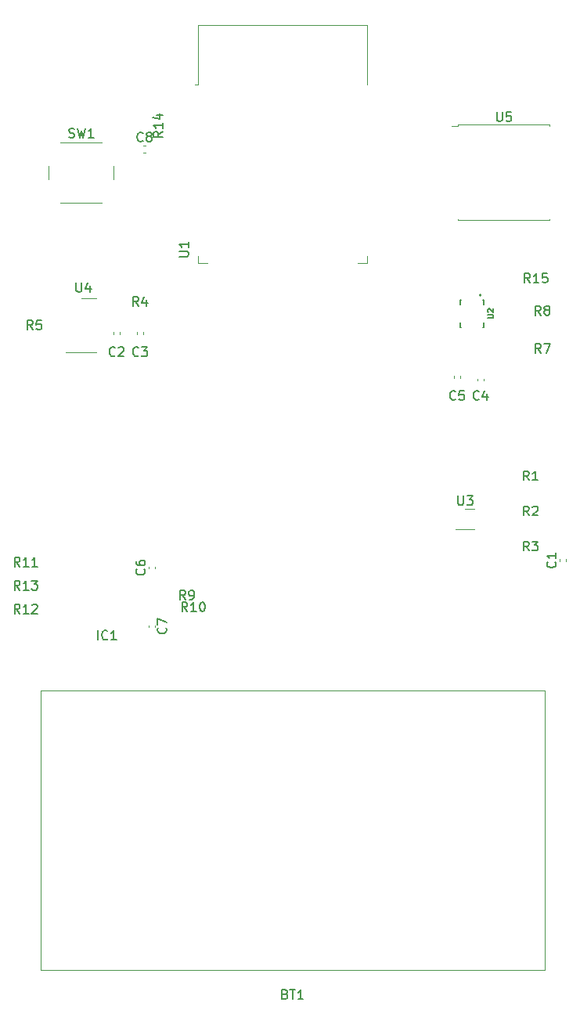
<source format=gbr>
%TF.GenerationSoftware,KiCad,Pcbnew,7.0.9*%
%TF.CreationDate,2023-12-04T17:48:11-03:00*%
%TF.ProjectId,aussistente,61757373-6973-4746-956e-74652e6b6963,1*%
%TF.SameCoordinates,Original*%
%TF.FileFunction,Legend,Top*%
%TF.FilePolarity,Positive*%
%FSLAX46Y46*%
G04 Gerber Fmt 4.6, Leading zero omitted, Abs format (unit mm)*
G04 Created by KiCad (PCBNEW 7.0.9) date 2023-12-04 17:48:11*
%MOMM*%
%LPD*%
G01*
G04 APERTURE LIST*
%ADD10C,0.150000*%
%ADD11C,0.120000*%
%ADD12C,0.127000*%
G04 APERTURE END LIST*
D10*
X90106667Y-71087200D02*
X90249524Y-71134819D01*
X90249524Y-71134819D02*
X90487619Y-71134819D01*
X90487619Y-71134819D02*
X90582857Y-71087200D01*
X90582857Y-71087200D02*
X90630476Y-71039580D01*
X90630476Y-71039580D02*
X90678095Y-70944342D01*
X90678095Y-70944342D02*
X90678095Y-70849104D01*
X90678095Y-70849104D02*
X90630476Y-70753866D01*
X90630476Y-70753866D02*
X90582857Y-70706247D01*
X90582857Y-70706247D02*
X90487619Y-70658628D01*
X90487619Y-70658628D02*
X90297143Y-70611009D01*
X90297143Y-70611009D02*
X90201905Y-70563390D01*
X90201905Y-70563390D02*
X90154286Y-70515771D01*
X90154286Y-70515771D02*
X90106667Y-70420533D01*
X90106667Y-70420533D02*
X90106667Y-70325295D01*
X90106667Y-70325295D02*
X90154286Y-70230057D01*
X90154286Y-70230057D02*
X90201905Y-70182438D01*
X90201905Y-70182438D02*
X90297143Y-70134819D01*
X90297143Y-70134819D02*
X90535238Y-70134819D01*
X90535238Y-70134819D02*
X90678095Y-70182438D01*
X91011429Y-70134819D02*
X91249524Y-71134819D01*
X91249524Y-71134819D02*
X91440000Y-70420533D01*
X91440000Y-70420533D02*
X91630476Y-71134819D01*
X91630476Y-71134819D02*
X91868572Y-70134819D01*
X92773333Y-71134819D02*
X92201905Y-71134819D01*
X92487619Y-71134819D02*
X92487619Y-70134819D01*
X92487619Y-70134819D02*
X92392381Y-70277676D01*
X92392381Y-70277676D02*
X92297143Y-70372914D01*
X92297143Y-70372914D02*
X92201905Y-70420533D01*
X113494285Y-163761009D02*
X113637142Y-163808628D01*
X113637142Y-163808628D02*
X113684761Y-163856247D01*
X113684761Y-163856247D02*
X113732380Y-163951485D01*
X113732380Y-163951485D02*
X113732380Y-164094342D01*
X113732380Y-164094342D02*
X113684761Y-164189580D01*
X113684761Y-164189580D02*
X113637142Y-164237200D01*
X113637142Y-164237200D02*
X113541904Y-164284819D01*
X113541904Y-164284819D02*
X113160952Y-164284819D01*
X113160952Y-164284819D02*
X113160952Y-163284819D01*
X113160952Y-163284819D02*
X113494285Y-163284819D01*
X113494285Y-163284819D02*
X113589523Y-163332438D01*
X113589523Y-163332438D02*
X113637142Y-163380057D01*
X113637142Y-163380057D02*
X113684761Y-163475295D01*
X113684761Y-163475295D02*
X113684761Y-163570533D01*
X113684761Y-163570533D02*
X113637142Y-163665771D01*
X113637142Y-163665771D02*
X113589523Y-163713390D01*
X113589523Y-163713390D02*
X113494285Y-163761009D01*
X113494285Y-163761009D02*
X113160952Y-163761009D01*
X114018095Y-163284819D02*
X114589523Y-163284819D01*
X114303809Y-164284819D02*
X114303809Y-163284819D01*
X115446666Y-164284819D02*
X114875238Y-164284819D01*
X115160952Y-164284819D02*
X115160952Y-163284819D01*
X115160952Y-163284819D02*
X115065714Y-163427676D01*
X115065714Y-163427676D02*
X114970476Y-163522914D01*
X114970476Y-163522914D02*
X114875238Y-163570533D01*
X139878333Y-111994819D02*
X139545000Y-111518628D01*
X139306905Y-111994819D02*
X139306905Y-110994819D01*
X139306905Y-110994819D02*
X139687857Y-110994819D01*
X139687857Y-110994819D02*
X139783095Y-111042438D01*
X139783095Y-111042438D02*
X139830714Y-111090057D01*
X139830714Y-111090057D02*
X139878333Y-111185295D01*
X139878333Y-111185295D02*
X139878333Y-111328152D01*
X139878333Y-111328152D02*
X139830714Y-111423390D01*
X139830714Y-111423390D02*
X139783095Y-111471009D01*
X139783095Y-111471009D02*
X139687857Y-111518628D01*
X139687857Y-111518628D02*
X139306905Y-111518628D01*
X140259286Y-111090057D02*
X140306905Y-111042438D01*
X140306905Y-111042438D02*
X140402143Y-110994819D01*
X140402143Y-110994819D02*
X140640238Y-110994819D01*
X140640238Y-110994819D02*
X140735476Y-111042438D01*
X140735476Y-111042438D02*
X140783095Y-111090057D01*
X140783095Y-111090057D02*
X140830714Y-111185295D01*
X140830714Y-111185295D02*
X140830714Y-111280533D01*
X140830714Y-111280533D02*
X140783095Y-111423390D01*
X140783095Y-111423390D02*
X140211667Y-111994819D01*
X140211667Y-111994819D02*
X140830714Y-111994819D01*
X132205595Y-109884819D02*
X132205595Y-110694342D01*
X132205595Y-110694342D02*
X132253214Y-110789580D01*
X132253214Y-110789580D02*
X132300833Y-110837200D01*
X132300833Y-110837200D02*
X132396071Y-110884819D01*
X132396071Y-110884819D02*
X132586547Y-110884819D01*
X132586547Y-110884819D02*
X132681785Y-110837200D01*
X132681785Y-110837200D02*
X132729404Y-110789580D01*
X132729404Y-110789580D02*
X132777023Y-110694342D01*
X132777023Y-110694342D02*
X132777023Y-109884819D01*
X133157976Y-109884819D02*
X133777023Y-109884819D01*
X133777023Y-109884819D02*
X133443690Y-110265771D01*
X133443690Y-110265771D02*
X133586547Y-110265771D01*
X133586547Y-110265771D02*
X133681785Y-110313390D01*
X133681785Y-110313390D02*
X133729404Y-110361009D01*
X133729404Y-110361009D02*
X133777023Y-110456247D01*
X133777023Y-110456247D02*
X133777023Y-110694342D01*
X133777023Y-110694342D02*
X133729404Y-110789580D01*
X133729404Y-110789580D02*
X133681785Y-110837200D01*
X133681785Y-110837200D02*
X133586547Y-110884819D01*
X133586547Y-110884819D02*
X133300833Y-110884819D01*
X133300833Y-110884819D02*
X133205595Y-110837200D01*
X133205595Y-110837200D02*
X133157976Y-110789580D01*
X102703333Y-121104819D02*
X102370000Y-120628628D01*
X102131905Y-121104819D02*
X102131905Y-120104819D01*
X102131905Y-120104819D02*
X102512857Y-120104819D01*
X102512857Y-120104819D02*
X102608095Y-120152438D01*
X102608095Y-120152438D02*
X102655714Y-120200057D01*
X102655714Y-120200057D02*
X102703333Y-120295295D01*
X102703333Y-120295295D02*
X102703333Y-120438152D01*
X102703333Y-120438152D02*
X102655714Y-120533390D01*
X102655714Y-120533390D02*
X102608095Y-120581009D01*
X102608095Y-120581009D02*
X102512857Y-120628628D01*
X102512857Y-120628628D02*
X102131905Y-120628628D01*
X103179524Y-121104819D02*
X103370000Y-121104819D01*
X103370000Y-121104819D02*
X103465238Y-121057200D01*
X103465238Y-121057200D02*
X103512857Y-121009580D01*
X103512857Y-121009580D02*
X103608095Y-120866723D01*
X103608095Y-120866723D02*
X103655714Y-120676247D01*
X103655714Y-120676247D02*
X103655714Y-120295295D01*
X103655714Y-120295295D02*
X103608095Y-120200057D01*
X103608095Y-120200057D02*
X103560476Y-120152438D01*
X103560476Y-120152438D02*
X103465238Y-120104819D01*
X103465238Y-120104819D02*
X103274762Y-120104819D01*
X103274762Y-120104819D02*
X103179524Y-120152438D01*
X103179524Y-120152438D02*
X103131905Y-120200057D01*
X103131905Y-120200057D02*
X103084286Y-120295295D01*
X103084286Y-120295295D02*
X103084286Y-120533390D01*
X103084286Y-120533390D02*
X103131905Y-120628628D01*
X103131905Y-120628628D02*
X103179524Y-120676247D01*
X103179524Y-120676247D02*
X103274762Y-120723866D01*
X103274762Y-120723866D02*
X103465238Y-120723866D01*
X103465238Y-120723866D02*
X103560476Y-120676247D01*
X103560476Y-120676247D02*
X103608095Y-120628628D01*
X103608095Y-120628628D02*
X103655714Y-120533390D01*
X102047319Y-83996904D02*
X102856842Y-83996904D01*
X102856842Y-83996904D02*
X102952080Y-83949285D01*
X102952080Y-83949285D02*
X102999700Y-83901666D01*
X102999700Y-83901666D02*
X103047319Y-83806428D01*
X103047319Y-83806428D02*
X103047319Y-83615952D01*
X103047319Y-83615952D02*
X102999700Y-83520714D01*
X102999700Y-83520714D02*
X102952080Y-83473095D01*
X102952080Y-83473095D02*
X102856842Y-83425476D01*
X102856842Y-83425476D02*
X102047319Y-83425476D01*
X103047319Y-82425476D02*
X103047319Y-82996904D01*
X103047319Y-82711190D02*
X102047319Y-82711190D01*
X102047319Y-82711190D02*
X102190176Y-82806428D01*
X102190176Y-82806428D02*
X102285414Y-82901666D01*
X102285414Y-82901666D02*
X102333033Y-82996904D01*
X141148333Y-90334819D02*
X140815000Y-89858628D01*
X140576905Y-90334819D02*
X140576905Y-89334819D01*
X140576905Y-89334819D02*
X140957857Y-89334819D01*
X140957857Y-89334819D02*
X141053095Y-89382438D01*
X141053095Y-89382438D02*
X141100714Y-89430057D01*
X141100714Y-89430057D02*
X141148333Y-89525295D01*
X141148333Y-89525295D02*
X141148333Y-89668152D01*
X141148333Y-89668152D02*
X141100714Y-89763390D01*
X141100714Y-89763390D02*
X141053095Y-89811009D01*
X141053095Y-89811009D02*
X140957857Y-89858628D01*
X140957857Y-89858628D02*
X140576905Y-89858628D01*
X141719762Y-89763390D02*
X141624524Y-89715771D01*
X141624524Y-89715771D02*
X141576905Y-89668152D01*
X141576905Y-89668152D02*
X141529286Y-89572914D01*
X141529286Y-89572914D02*
X141529286Y-89525295D01*
X141529286Y-89525295D02*
X141576905Y-89430057D01*
X141576905Y-89430057D02*
X141624524Y-89382438D01*
X141624524Y-89382438D02*
X141719762Y-89334819D01*
X141719762Y-89334819D02*
X141910238Y-89334819D01*
X141910238Y-89334819D02*
X142005476Y-89382438D01*
X142005476Y-89382438D02*
X142053095Y-89430057D01*
X142053095Y-89430057D02*
X142100714Y-89525295D01*
X142100714Y-89525295D02*
X142100714Y-89572914D01*
X142100714Y-89572914D02*
X142053095Y-89668152D01*
X142053095Y-89668152D02*
X142005476Y-89715771D01*
X142005476Y-89715771D02*
X141910238Y-89763390D01*
X141910238Y-89763390D02*
X141719762Y-89763390D01*
X141719762Y-89763390D02*
X141624524Y-89811009D01*
X141624524Y-89811009D02*
X141576905Y-89858628D01*
X141576905Y-89858628D02*
X141529286Y-89953866D01*
X141529286Y-89953866D02*
X141529286Y-90144342D01*
X141529286Y-90144342D02*
X141576905Y-90239580D01*
X141576905Y-90239580D02*
X141624524Y-90287200D01*
X141624524Y-90287200D02*
X141719762Y-90334819D01*
X141719762Y-90334819D02*
X141910238Y-90334819D01*
X141910238Y-90334819D02*
X142005476Y-90287200D01*
X142005476Y-90287200D02*
X142053095Y-90239580D01*
X142053095Y-90239580D02*
X142100714Y-90144342D01*
X142100714Y-90144342D02*
X142100714Y-89953866D01*
X142100714Y-89953866D02*
X142053095Y-89858628D01*
X142053095Y-89858628D02*
X142005476Y-89811009D01*
X142005476Y-89811009D02*
X141910238Y-89763390D01*
X84792142Y-120054819D02*
X84458809Y-119578628D01*
X84220714Y-120054819D02*
X84220714Y-119054819D01*
X84220714Y-119054819D02*
X84601666Y-119054819D01*
X84601666Y-119054819D02*
X84696904Y-119102438D01*
X84696904Y-119102438D02*
X84744523Y-119150057D01*
X84744523Y-119150057D02*
X84792142Y-119245295D01*
X84792142Y-119245295D02*
X84792142Y-119388152D01*
X84792142Y-119388152D02*
X84744523Y-119483390D01*
X84744523Y-119483390D02*
X84696904Y-119531009D01*
X84696904Y-119531009D02*
X84601666Y-119578628D01*
X84601666Y-119578628D02*
X84220714Y-119578628D01*
X85744523Y-120054819D02*
X85173095Y-120054819D01*
X85458809Y-120054819D02*
X85458809Y-119054819D01*
X85458809Y-119054819D02*
X85363571Y-119197676D01*
X85363571Y-119197676D02*
X85268333Y-119292914D01*
X85268333Y-119292914D02*
X85173095Y-119340533D01*
X86077857Y-119054819D02*
X86696904Y-119054819D01*
X86696904Y-119054819D02*
X86363571Y-119435771D01*
X86363571Y-119435771D02*
X86506428Y-119435771D01*
X86506428Y-119435771D02*
X86601666Y-119483390D01*
X86601666Y-119483390D02*
X86649285Y-119531009D01*
X86649285Y-119531009D02*
X86696904Y-119626247D01*
X86696904Y-119626247D02*
X86696904Y-119864342D01*
X86696904Y-119864342D02*
X86649285Y-119959580D01*
X86649285Y-119959580D02*
X86601666Y-120007200D01*
X86601666Y-120007200D02*
X86506428Y-120054819D01*
X86506428Y-120054819D02*
X86220714Y-120054819D01*
X86220714Y-120054819D02*
X86125476Y-120007200D01*
X86125476Y-120007200D02*
X86077857Y-119959580D01*
X90898095Y-86824819D02*
X90898095Y-87634342D01*
X90898095Y-87634342D02*
X90945714Y-87729580D01*
X90945714Y-87729580D02*
X90993333Y-87777200D01*
X90993333Y-87777200D02*
X91088571Y-87824819D01*
X91088571Y-87824819D02*
X91279047Y-87824819D01*
X91279047Y-87824819D02*
X91374285Y-87777200D01*
X91374285Y-87777200D02*
X91421904Y-87729580D01*
X91421904Y-87729580D02*
X91469523Y-87634342D01*
X91469523Y-87634342D02*
X91469523Y-86824819D01*
X92374285Y-87158152D02*
X92374285Y-87824819D01*
X92136190Y-86777200D02*
X91898095Y-87491485D01*
X91898095Y-87491485D02*
X92517142Y-87491485D01*
X100579580Y-124146666D02*
X100627200Y-124194285D01*
X100627200Y-124194285D02*
X100674819Y-124337142D01*
X100674819Y-124337142D02*
X100674819Y-124432380D01*
X100674819Y-124432380D02*
X100627200Y-124575237D01*
X100627200Y-124575237D02*
X100531961Y-124670475D01*
X100531961Y-124670475D02*
X100436723Y-124718094D01*
X100436723Y-124718094D02*
X100246247Y-124765713D01*
X100246247Y-124765713D02*
X100103390Y-124765713D01*
X100103390Y-124765713D02*
X99912914Y-124718094D01*
X99912914Y-124718094D02*
X99817676Y-124670475D01*
X99817676Y-124670475D02*
X99722438Y-124575237D01*
X99722438Y-124575237D02*
X99674819Y-124432380D01*
X99674819Y-124432380D02*
X99674819Y-124337142D01*
X99674819Y-124337142D02*
X99722438Y-124194285D01*
X99722438Y-124194285D02*
X99770057Y-124146666D01*
X99674819Y-123813332D02*
X99674819Y-123146666D01*
X99674819Y-123146666D02*
X100674819Y-123575237D01*
X97623333Y-94689580D02*
X97575714Y-94737200D01*
X97575714Y-94737200D02*
X97432857Y-94784819D01*
X97432857Y-94784819D02*
X97337619Y-94784819D01*
X97337619Y-94784819D02*
X97194762Y-94737200D01*
X97194762Y-94737200D02*
X97099524Y-94641961D01*
X97099524Y-94641961D02*
X97051905Y-94546723D01*
X97051905Y-94546723D02*
X97004286Y-94356247D01*
X97004286Y-94356247D02*
X97004286Y-94213390D01*
X97004286Y-94213390D02*
X97051905Y-94022914D01*
X97051905Y-94022914D02*
X97099524Y-93927676D01*
X97099524Y-93927676D02*
X97194762Y-93832438D01*
X97194762Y-93832438D02*
X97337619Y-93784819D01*
X97337619Y-93784819D02*
X97432857Y-93784819D01*
X97432857Y-93784819D02*
X97575714Y-93832438D01*
X97575714Y-93832438D02*
X97623333Y-93880057D01*
X97956667Y-93784819D02*
X98575714Y-93784819D01*
X98575714Y-93784819D02*
X98242381Y-94165771D01*
X98242381Y-94165771D02*
X98385238Y-94165771D01*
X98385238Y-94165771D02*
X98480476Y-94213390D01*
X98480476Y-94213390D02*
X98528095Y-94261009D01*
X98528095Y-94261009D02*
X98575714Y-94356247D01*
X98575714Y-94356247D02*
X98575714Y-94594342D01*
X98575714Y-94594342D02*
X98528095Y-94689580D01*
X98528095Y-94689580D02*
X98480476Y-94737200D01*
X98480476Y-94737200D02*
X98385238Y-94784819D01*
X98385238Y-94784819D02*
X98099524Y-94784819D01*
X98099524Y-94784819D02*
X98004286Y-94737200D01*
X98004286Y-94737200D02*
X97956667Y-94689580D01*
X131913333Y-99419580D02*
X131865714Y-99467200D01*
X131865714Y-99467200D02*
X131722857Y-99514819D01*
X131722857Y-99514819D02*
X131627619Y-99514819D01*
X131627619Y-99514819D02*
X131484762Y-99467200D01*
X131484762Y-99467200D02*
X131389524Y-99371961D01*
X131389524Y-99371961D02*
X131341905Y-99276723D01*
X131341905Y-99276723D02*
X131294286Y-99086247D01*
X131294286Y-99086247D02*
X131294286Y-98943390D01*
X131294286Y-98943390D02*
X131341905Y-98752914D01*
X131341905Y-98752914D02*
X131389524Y-98657676D01*
X131389524Y-98657676D02*
X131484762Y-98562438D01*
X131484762Y-98562438D02*
X131627619Y-98514819D01*
X131627619Y-98514819D02*
X131722857Y-98514819D01*
X131722857Y-98514819D02*
X131865714Y-98562438D01*
X131865714Y-98562438D02*
X131913333Y-98610057D01*
X132818095Y-98514819D02*
X132341905Y-98514819D01*
X132341905Y-98514819D02*
X132294286Y-98991009D01*
X132294286Y-98991009D02*
X132341905Y-98943390D01*
X132341905Y-98943390D02*
X132437143Y-98895771D01*
X132437143Y-98895771D02*
X132675238Y-98895771D01*
X132675238Y-98895771D02*
X132770476Y-98943390D01*
X132770476Y-98943390D02*
X132818095Y-98991009D01*
X132818095Y-98991009D02*
X132865714Y-99086247D01*
X132865714Y-99086247D02*
X132865714Y-99324342D01*
X132865714Y-99324342D02*
X132818095Y-99419580D01*
X132818095Y-99419580D02*
X132770476Y-99467200D01*
X132770476Y-99467200D02*
X132675238Y-99514819D01*
X132675238Y-99514819D02*
X132437143Y-99514819D01*
X132437143Y-99514819D02*
X132341905Y-99467200D01*
X132341905Y-99467200D02*
X132294286Y-99419580D01*
X134453333Y-99419580D02*
X134405714Y-99467200D01*
X134405714Y-99467200D02*
X134262857Y-99514819D01*
X134262857Y-99514819D02*
X134167619Y-99514819D01*
X134167619Y-99514819D02*
X134024762Y-99467200D01*
X134024762Y-99467200D02*
X133929524Y-99371961D01*
X133929524Y-99371961D02*
X133881905Y-99276723D01*
X133881905Y-99276723D02*
X133834286Y-99086247D01*
X133834286Y-99086247D02*
X133834286Y-98943390D01*
X133834286Y-98943390D02*
X133881905Y-98752914D01*
X133881905Y-98752914D02*
X133929524Y-98657676D01*
X133929524Y-98657676D02*
X134024762Y-98562438D01*
X134024762Y-98562438D02*
X134167619Y-98514819D01*
X134167619Y-98514819D02*
X134262857Y-98514819D01*
X134262857Y-98514819D02*
X134405714Y-98562438D01*
X134405714Y-98562438D02*
X134453333Y-98610057D01*
X135310476Y-98848152D02*
X135310476Y-99514819D01*
X135072381Y-98467200D02*
X134834286Y-99181485D01*
X134834286Y-99181485D02*
X135453333Y-99181485D01*
X139982142Y-86814819D02*
X139648809Y-86338628D01*
X139410714Y-86814819D02*
X139410714Y-85814819D01*
X139410714Y-85814819D02*
X139791666Y-85814819D01*
X139791666Y-85814819D02*
X139886904Y-85862438D01*
X139886904Y-85862438D02*
X139934523Y-85910057D01*
X139934523Y-85910057D02*
X139982142Y-86005295D01*
X139982142Y-86005295D02*
X139982142Y-86148152D01*
X139982142Y-86148152D02*
X139934523Y-86243390D01*
X139934523Y-86243390D02*
X139886904Y-86291009D01*
X139886904Y-86291009D02*
X139791666Y-86338628D01*
X139791666Y-86338628D02*
X139410714Y-86338628D01*
X140934523Y-86814819D02*
X140363095Y-86814819D01*
X140648809Y-86814819D02*
X140648809Y-85814819D01*
X140648809Y-85814819D02*
X140553571Y-85957676D01*
X140553571Y-85957676D02*
X140458333Y-86052914D01*
X140458333Y-86052914D02*
X140363095Y-86100533D01*
X141839285Y-85814819D02*
X141363095Y-85814819D01*
X141363095Y-85814819D02*
X141315476Y-86291009D01*
X141315476Y-86291009D02*
X141363095Y-86243390D01*
X141363095Y-86243390D02*
X141458333Y-86195771D01*
X141458333Y-86195771D02*
X141696428Y-86195771D01*
X141696428Y-86195771D02*
X141791666Y-86243390D01*
X141791666Y-86243390D02*
X141839285Y-86291009D01*
X141839285Y-86291009D02*
X141886904Y-86386247D01*
X141886904Y-86386247D02*
X141886904Y-86624342D01*
X141886904Y-86624342D02*
X141839285Y-86719580D01*
X141839285Y-86719580D02*
X141791666Y-86767200D01*
X141791666Y-86767200D02*
X141696428Y-86814819D01*
X141696428Y-86814819D02*
X141458333Y-86814819D01*
X141458333Y-86814819D02*
X141363095Y-86767200D01*
X141363095Y-86767200D02*
X141315476Y-86719580D01*
X84792142Y-117514819D02*
X84458809Y-117038628D01*
X84220714Y-117514819D02*
X84220714Y-116514819D01*
X84220714Y-116514819D02*
X84601666Y-116514819D01*
X84601666Y-116514819D02*
X84696904Y-116562438D01*
X84696904Y-116562438D02*
X84744523Y-116610057D01*
X84744523Y-116610057D02*
X84792142Y-116705295D01*
X84792142Y-116705295D02*
X84792142Y-116848152D01*
X84792142Y-116848152D02*
X84744523Y-116943390D01*
X84744523Y-116943390D02*
X84696904Y-116991009D01*
X84696904Y-116991009D02*
X84601666Y-117038628D01*
X84601666Y-117038628D02*
X84220714Y-117038628D01*
X85744523Y-117514819D02*
X85173095Y-117514819D01*
X85458809Y-117514819D02*
X85458809Y-116514819D01*
X85458809Y-116514819D02*
X85363571Y-116657676D01*
X85363571Y-116657676D02*
X85268333Y-116752914D01*
X85268333Y-116752914D02*
X85173095Y-116800533D01*
X86696904Y-117514819D02*
X86125476Y-117514819D01*
X86411190Y-117514819D02*
X86411190Y-116514819D01*
X86411190Y-116514819D02*
X86315952Y-116657676D01*
X86315952Y-116657676D02*
X86220714Y-116752914D01*
X86220714Y-116752914D02*
X86125476Y-116800533D01*
X98103333Y-71479580D02*
X98055714Y-71527200D01*
X98055714Y-71527200D02*
X97912857Y-71574819D01*
X97912857Y-71574819D02*
X97817619Y-71574819D01*
X97817619Y-71574819D02*
X97674762Y-71527200D01*
X97674762Y-71527200D02*
X97579524Y-71431961D01*
X97579524Y-71431961D02*
X97531905Y-71336723D01*
X97531905Y-71336723D02*
X97484286Y-71146247D01*
X97484286Y-71146247D02*
X97484286Y-71003390D01*
X97484286Y-71003390D02*
X97531905Y-70812914D01*
X97531905Y-70812914D02*
X97579524Y-70717676D01*
X97579524Y-70717676D02*
X97674762Y-70622438D01*
X97674762Y-70622438D02*
X97817619Y-70574819D01*
X97817619Y-70574819D02*
X97912857Y-70574819D01*
X97912857Y-70574819D02*
X98055714Y-70622438D01*
X98055714Y-70622438D02*
X98103333Y-70670057D01*
X98674762Y-71003390D02*
X98579524Y-70955771D01*
X98579524Y-70955771D02*
X98531905Y-70908152D01*
X98531905Y-70908152D02*
X98484286Y-70812914D01*
X98484286Y-70812914D02*
X98484286Y-70765295D01*
X98484286Y-70765295D02*
X98531905Y-70670057D01*
X98531905Y-70670057D02*
X98579524Y-70622438D01*
X98579524Y-70622438D02*
X98674762Y-70574819D01*
X98674762Y-70574819D02*
X98865238Y-70574819D01*
X98865238Y-70574819D02*
X98960476Y-70622438D01*
X98960476Y-70622438D02*
X99008095Y-70670057D01*
X99008095Y-70670057D02*
X99055714Y-70765295D01*
X99055714Y-70765295D02*
X99055714Y-70812914D01*
X99055714Y-70812914D02*
X99008095Y-70908152D01*
X99008095Y-70908152D02*
X98960476Y-70955771D01*
X98960476Y-70955771D02*
X98865238Y-71003390D01*
X98865238Y-71003390D02*
X98674762Y-71003390D01*
X98674762Y-71003390D02*
X98579524Y-71051009D01*
X98579524Y-71051009D02*
X98531905Y-71098628D01*
X98531905Y-71098628D02*
X98484286Y-71193866D01*
X98484286Y-71193866D02*
X98484286Y-71384342D01*
X98484286Y-71384342D02*
X98531905Y-71479580D01*
X98531905Y-71479580D02*
X98579524Y-71527200D01*
X98579524Y-71527200D02*
X98674762Y-71574819D01*
X98674762Y-71574819D02*
X98865238Y-71574819D01*
X98865238Y-71574819D02*
X98960476Y-71527200D01*
X98960476Y-71527200D02*
X99008095Y-71479580D01*
X99008095Y-71479580D02*
X99055714Y-71384342D01*
X99055714Y-71384342D02*
X99055714Y-71193866D01*
X99055714Y-71193866D02*
X99008095Y-71098628D01*
X99008095Y-71098628D02*
X98960476Y-71051009D01*
X98960476Y-71051009D02*
X98865238Y-71003390D01*
X135387176Y-90649619D02*
X135905271Y-90649619D01*
X135905271Y-90649619D02*
X135966223Y-90619142D01*
X135966223Y-90619142D02*
X135996700Y-90588666D01*
X135996700Y-90588666D02*
X136027176Y-90527714D01*
X136027176Y-90527714D02*
X136027176Y-90405809D01*
X136027176Y-90405809D02*
X135996700Y-90344857D01*
X135996700Y-90344857D02*
X135966223Y-90314380D01*
X135966223Y-90314380D02*
X135905271Y-90283904D01*
X135905271Y-90283904D02*
X135387176Y-90283904D01*
X135448128Y-90009619D02*
X135417652Y-89979143D01*
X135417652Y-89979143D02*
X135387176Y-89918190D01*
X135387176Y-89918190D02*
X135387176Y-89765809D01*
X135387176Y-89765809D02*
X135417652Y-89704857D01*
X135417652Y-89704857D02*
X135448128Y-89674381D01*
X135448128Y-89674381D02*
X135509080Y-89643904D01*
X135509080Y-89643904D02*
X135570033Y-89643904D01*
X135570033Y-89643904D02*
X135661461Y-89674381D01*
X135661461Y-89674381D02*
X136027176Y-90040095D01*
X136027176Y-90040095D02*
X136027176Y-89643904D01*
X95083333Y-94689580D02*
X95035714Y-94737200D01*
X95035714Y-94737200D02*
X94892857Y-94784819D01*
X94892857Y-94784819D02*
X94797619Y-94784819D01*
X94797619Y-94784819D02*
X94654762Y-94737200D01*
X94654762Y-94737200D02*
X94559524Y-94641961D01*
X94559524Y-94641961D02*
X94511905Y-94546723D01*
X94511905Y-94546723D02*
X94464286Y-94356247D01*
X94464286Y-94356247D02*
X94464286Y-94213390D01*
X94464286Y-94213390D02*
X94511905Y-94022914D01*
X94511905Y-94022914D02*
X94559524Y-93927676D01*
X94559524Y-93927676D02*
X94654762Y-93832438D01*
X94654762Y-93832438D02*
X94797619Y-93784819D01*
X94797619Y-93784819D02*
X94892857Y-93784819D01*
X94892857Y-93784819D02*
X95035714Y-93832438D01*
X95035714Y-93832438D02*
X95083333Y-93880057D01*
X95464286Y-93880057D02*
X95511905Y-93832438D01*
X95511905Y-93832438D02*
X95607143Y-93784819D01*
X95607143Y-93784819D02*
X95845238Y-93784819D01*
X95845238Y-93784819D02*
X95940476Y-93832438D01*
X95940476Y-93832438D02*
X95988095Y-93880057D01*
X95988095Y-93880057D02*
X96035714Y-93975295D01*
X96035714Y-93975295D02*
X96035714Y-94070533D01*
X96035714Y-94070533D02*
X95988095Y-94213390D01*
X95988095Y-94213390D02*
X95416667Y-94784819D01*
X95416667Y-94784819D02*
X96035714Y-94784819D01*
X139878333Y-108184819D02*
X139545000Y-107708628D01*
X139306905Y-108184819D02*
X139306905Y-107184819D01*
X139306905Y-107184819D02*
X139687857Y-107184819D01*
X139687857Y-107184819D02*
X139783095Y-107232438D01*
X139783095Y-107232438D02*
X139830714Y-107280057D01*
X139830714Y-107280057D02*
X139878333Y-107375295D01*
X139878333Y-107375295D02*
X139878333Y-107518152D01*
X139878333Y-107518152D02*
X139830714Y-107613390D01*
X139830714Y-107613390D02*
X139783095Y-107661009D01*
X139783095Y-107661009D02*
X139687857Y-107708628D01*
X139687857Y-107708628D02*
X139306905Y-107708628D01*
X140830714Y-108184819D02*
X140259286Y-108184819D01*
X140545000Y-108184819D02*
X140545000Y-107184819D01*
X140545000Y-107184819D02*
X140449762Y-107327676D01*
X140449762Y-107327676D02*
X140354524Y-107422914D01*
X140354524Y-107422914D02*
X140259286Y-107470533D01*
X98259580Y-117796666D02*
X98307200Y-117844285D01*
X98307200Y-117844285D02*
X98354819Y-117987142D01*
X98354819Y-117987142D02*
X98354819Y-118082380D01*
X98354819Y-118082380D02*
X98307200Y-118225237D01*
X98307200Y-118225237D02*
X98211961Y-118320475D01*
X98211961Y-118320475D02*
X98116723Y-118368094D01*
X98116723Y-118368094D02*
X97926247Y-118415713D01*
X97926247Y-118415713D02*
X97783390Y-118415713D01*
X97783390Y-118415713D02*
X97592914Y-118368094D01*
X97592914Y-118368094D02*
X97497676Y-118320475D01*
X97497676Y-118320475D02*
X97402438Y-118225237D01*
X97402438Y-118225237D02*
X97354819Y-118082380D01*
X97354819Y-118082380D02*
X97354819Y-117987142D01*
X97354819Y-117987142D02*
X97402438Y-117844285D01*
X97402438Y-117844285D02*
X97450057Y-117796666D01*
X97354819Y-116939523D02*
X97354819Y-117129999D01*
X97354819Y-117129999D02*
X97402438Y-117225237D01*
X97402438Y-117225237D02*
X97450057Y-117272856D01*
X97450057Y-117272856D02*
X97592914Y-117368094D01*
X97592914Y-117368094D02*
X97783390Y-117415713D01*
X97783390Y-117415713D02*
X98164342Y-117415713D01*
X98164342Y-117415713D02*
X98259580Y-117368094D01*
X98259580Y-117368094D02*
X98307200Y-117320475D01*
X98307200Y-117320475D02*
X98354819Y-117225237D01*
X98354819Y-117225237D02*
X98354819Y-117034761D01*
X98354819Y-117034761D02*
X98307200Y-116939523D01*
X98307200Y-116939523D02*
X98259580Y-116891904D01*
X98259580Y-116891904D02*
X98164342Y-116844285D01*
X98164342Y-116844285D02*
X97926247Y-116844285D01*
X97926247Y-116844285D02*
X97831009Y-116891904D01*
X97831009Y-116891904D02*
X97783390Y-116939523D01*
X97783390Y-116939523D02*
X97735771Y-117034761D01*
X97735771Y-117034761D02*
X97735771Y-117225237D01*
X97735771Y-117225237D02*
X97783390Y-117320475D01*
X97783390Y-117320475D02*
X97831009Y-117368094D01*
X97831009Y-117368094D02*
X97926247Y-117415713D01*
X97623333Y-89354819D02*
X97290000Y-88878628D01*
X97051905Y-89354819D02*
X97051905Y-88354819D01*
X97051905Y-88354819D02*
X97432857Y-88354819D01*
X97432857Y-88354819D02*
X97528095Y-88402438D01*
X97528095Y-88402438D02*
X97575714Y-88450057D01*
X97575714Y-88450057D02*
X97623333Y-88545295D01*
X97623333Y-88545295D02*
X97623333Y-88688152D01*
X97623333Y-88688152D02*
X97575714Y-88783390D01*
X97575714Y-88783390D02*
X97528095Y-88831009D01*
X97528095Y-88831009D02*
X97432857Y-88878628D01*
X97432857Y-88878628D02*
X97051905Y-88878628D01*
X98480476Y-88688152D02*
X98480476Y-89354819D01*
X98242381Y-88307200D02*
X98004286Y-89021485D01*
X98004286Y-89021485D02*
X98623333Y-89021485D01*
X86193333Y-91894819D02*
X85860000Y-91418628D01*
X85621905Y-91894819D02*
X85621905Y-90894819D01*
X85621905Y-90894819D02*
X86002857Y-90894819D01*
X86002857Y-90894819D02*
X86098095Y-90942438D01*
X86098095Y-90942438D02*
X86145714Y-90990057D01*
X86145714Y-90990057D02*
X86193333Y-91085295D01*
X86193333Y-91085295D02*
X86193333Y-91228152D01*
X86193333Y-91228152D02*
X86145714Y-91323390D01*
X86145714Y-91323390D02*
X86098095Y-91371009D01*
X86098095Y-91371009D02*
X86002857Y-91418628D01*
X86002857Y-91418628D02*
X85621905Y-91418628D01*
X87098095Y-90894819D02*
X86621905Y-90894819D01*
X86621905Y-90894819D02*
X86574286Y-91371009D01*
X86574286Y-91371009D02*
X86621905Y-91323390D01*
X86621905Y-91323390D02*
X86717143Y-91275771D01*
X86717143Y-91275771D02*
X86955238Y-91275771D01*
X86955238Y-91275771D02*
X87050476Y-91323390D01*
X87050476Y-91323390D02*
X87098095Y-91371009D01*
X87098095Y-91371009D02*
X87145714Y-91466247D01*
X87145714Y-91466247D02*
X87145714Y-91704342D01*
X87145714Y-91704342D02*
X87098095Y-91799580D01*
X87098095Y-91799580D02*
X87050476Y-91847200D01*
X87050476Y-91847200D02*
X86955238Y-91894819D01*
X86955238Y-91894819D02*
X86717143Y-91894819D01*
X86717143Y-91894819D02*
X86621905Y-91847200D01*
X86621905Y-91847200D02*
X86574286Y-91799580D01*
X102917142Y-122374819D02*
X102583809Y-121898628D01*
X102345714Y-122374819D02*
X102345714Y-121374819D01*
X102345714Y-121374819D02*
X102726666Y-121374819D01*
X102726666Y-121374819D02*
X102821904Y-121422438D01*
X102821904Y-121422438D02*
X102869523Y-121470057D01*
X102869523Y-121470057D02*
X102917142Y-121565295D01*
X102917142Y-121565295D02*
X102917142Y-121708152D01*
X102917142Y-121708152D02*
X102869523Y-121803390D01*
X102869523Y-121803390D02*
X102821904Y-121851009D01*
X102821904Y-121851009D02*
X102726666Y-121898628D01*
X102726666Y-121898628D02*
X102345714Y-121898628D01*
X103869523Y-122374819D02*
X103298095Y-122374819D01*
X103583809Y-122374819D02*
X103583809Y-121374819D01*
X103583809Y-121374819D02*
X103488571Y-121517676D01*
X103488571Y-121517676D02*
X103393333Y-121612914D01*
X103393333Y-121612914D02*
X103298095Y-121660533D01*
X104488571Y-121374819D02*
X104583809Y-121374819D01*
X104583809Y-121374819D02*
X104679047Y-121422438D01*
X104679047Y-121422438D02*
X104726666Y-121470057D01*
X104726666Y-121470057D02*
X104774285Y-121565295D01*
X104774285Y-121565295D02*
X104821904Y-121755771D01*
X104821904Y-121755771D02*
X104821904Y-121993866D01*
X104821904Y-121993866D02*
X104774285Y-122184342D01*
X104774285Y-122184342D02*
X104726666Y-122279580D01*
X104726666Y-122279580D02*
X104679047Y-122327200D01*
X104679047Y-122327200D02*
X104583809Y-122374819D01*
X104583809Y-122374819D02*
X104488571Y-122374819D01*
X104488571Y-122374819D02*
X104393333Y-122327200D01*
X104393333Y-122327200D02*
X104345714Y-122279580D01*
X104345714Y-122279580D02*
X104298095Y-122184342D01*
X104298095Y-122184342D02*
X104250476Y-121993866D01*
X104250476Y-121993866D02*
X104250476Y-121755771D01*
X104250476Y-121755771D02*
X104298095Y-121565295D01*
X104298095Y-121565295D02*
X104345714Y-121470057D01*
X104345714Y-121470057D02*
X104393333Y-121422438D01*
X104393333Y-121422438D02*
X104488571Y-121374819D01*
X93233810Y-125434819D02*
X93233810Y-124434819D01*
X94281428Y-125339580D02*
X94233809Y-125387200D01*
X94233809Y-125387200D02*
X94090952Y-125434819D01*
X94090952Y-125434819D02*
X93995714Y-125434819D01*
X93995714Y-125434819D02*
X93852857Y-125387200D01*
X93852857Y-125387200D02*
X93757619Y-125291961D01*
X93757619Y-125291961D02*
X93710000Y-125196723D01*
X93710000Y-125196723D02*
X93662381Y-125006247D01*
X93662381Y-125006247D02*
X93662381Y-124863390D01*
X93662381Y-124863390D02*
X93710000Y-124672914D01*
X93710000Y-124672914D02*
X93757619Y-124577676D01*
X93757619Y-124577676D02*
X93852857Y-124482438D01*
X93852857Y-124482438D02*
X93995714Y-124434819D01*
X93995714Y-124434819D02*
X94090952Y-124434819D01*
X94090952Y-124434819D02*
X94233809Y-124482438D01*
X94233809Y-124482438D02*
X94281428Y-124530057D01*
X95233809Y-125434819D02*
X94662381Y-125434819D01*
X94948095Y-125434819D02*
X94948095Y-124434819D01*
X94948095Y-124434819D02*
X94852857Y-124577676D01*
X94852857Y-124577676D02*
X94757619Y-124672914D01*
X94757619Y-124672914D02*
X94662381Y-124720533D01*
X136398095Y-68364819D02*
X136398095Y-69174342D01*
X136398095Y-69174342D02*
X136445714Y-69269580D01*
X136445714Y-69269580D02*
X136493333Y-69317200D01*
X136493333Y-69317200D02*
X136588571Y-69364819D01*
X136588571Y-69364819D02*
X136779047Y-69364819D01*
X136779047Y-69364819D02*
X136874285Y-69317200D01*
X136874285Y-69317200D02*
X136921904Y-69269580D01*
X136921904Y-69269580D02*
X136969523Y-69174342D01*
X136969523Y-69174342D02*
X136969523Y-68364819D01*
X137921904Y-68364819D02*
X137445714Y-68364819D01*
X137445714Y-68364819D02*
X137398095Y-68841009D01*
X137398095Y-68841009D02*
X137445714Y-68793390D01*
X137445714Y-68793390D02*
X137540952Y-68745771D01*
X137540952Y-68745771D02*
X137779047Y-68745771D01*
X137779047Y-68745771D02*
X137874285Y-68793390D01*
X137874285Y-68793390D02*
X137921904Y-68841009D01*
X137921904Y-68841009D02*
X137969523Y-68936247D01*
X137969523Y-68936247D02*
X137969523Y-69174342D01*
X137969523Y-69174342D02*
X137921904Y-69269580D01*
X137921904Y-69269580D02*
X137874285Y-69317200D01*
X137874285Y-69317200D02*
X137779047Y-69364819D01*
X137779047Y-69364819D02*
X137540952Y-69364819D01*
X137540952Y-69364819D02*
X137445714Y-69317200D01*
X137445714Y-69317200D02*
X137398095Y-69269580D01*
X139878333Y-115804819D02*
X139545000Y-115328628D01*
X139306905Y-115804819D02*
X139306905Y-114804819D01*
X139306905Y-114804819D02*
X139687857Y-114804819D01*
X139687857Y-114804819D02*
X139783095Y-114852438D01*
X139783095Y-114852438D02*
X139830714Y-114900057D01*
X139830714Y-114900057D02*
X139878333Y-114995295D01*
X139878333Y-114995295D02*
X139878333Y-115138152D01*
X139878333Y-115138152D02*
X139830714Y-115233390D01*
X139830714Y-115233390D02*
X139783095Y-115281009D01*
X139783095Y-115281009D02*
X139687857Y-115328628D01*
X139687857Y-115328628D02*
X139306905Y-115328628D01*
X140211667Y-114804819D02*
X140830714Y-114804819D01*
X140830714Y-114804819D02*
X140497381Y-115185771D01*
X140497381Y-115185771D02*
X140640238Y-115185771D01*
X140640238Y-115185771D02*
X140735476Y-115233390D01*
X140735476Y-115233390D02*
X140783095Y-115281009D01*
X140783095Y-115281009D02*
X140830714Y-115376247D01*
X140830714Y-115376247D02*
X140830714Y-115614342D01*
X140830714Y-115614342D02*
X140783095Y-115709580D01*
X140783095Y-115709580D02*
X140735476Y-115757200D01*
X140735476Y-115757200D02*
X140640238Y-115804819D01*
X140640238Y-115804819D02*
X140354524Y-115804819D01*
X140354524Y-115804819D02*
X140259286Y-115757200D01*
X140259286Y-115757200D02*
X140211667Y-115709580D01*
X141148333Y-94434819D02*
X140815000Y-93958628D01*
X140576905Y-94434819D02*
X140576905Y-93434819D01*
X140576905Y-93434819D02*
X140957857Y-93434819D01*
X140957857Y-93434819D02*
X141053095Y-93482438D01*
X141053095Y-93482438D02*
X141100714Y-93530057D01*
X141100714Y-93530057D02*
X141148333Y-93625295D01*
X141148333Y-93625295D02*
X141148333Y-93768152D01*
X141148333Y-93768152D02*
X141100714Y-93863390D01*
X141100714Y-93863390D02*
X141053095Y-93911009D01*
X141053095Y-93911009D02*
X140957857Y-93958628D01*
X140957857Y-93958628D02*
X140576905Y-93958628D01*
X141481667Y-93434819D02*
X142148333Y-93434819D01*
X142148333Y-93434819D02*
X141719762Y-94434819D01*
X142709580Y-117006666D02*
X142757200Y-117054285D01*
X142757200Y-117054285D02*
X142804819Y-117197142D01*
X142804819Y-117197142D02*
X142804819Y-117292380D01*
X142804819Y-117292380D02*
X142757200Y-117435237D01*
X142757200Y-117435237D02*
X142661961Y-117530475D01*
X142661961Y-117530475D02*
X142566723Y-117578094D01*
X142566723Y-117578094D02*
X142376247Y-117625713D01*
X142376247Y-117625713D02*
X142233390Y-117625713D01*
X142233390Y-117625713D02*
X142042914Y-117578094D01*
X142042914Y-117578094D02*
X141947676Y-117530475D01*
X141947676Y-117530475D02*
X141852438Y-117435237D01*
X141852438Y-117435237D02*
X141804819Y-117292380D01*
X141804819Y-117292380D02*
X141804819Y-117197142D01*
X141804819Y-117197142D02*
X141852438Y-117054285D01*
X141852438Y-117054285D02*
X141900057Y-117006666D01*
X142804819Y-116054285D02*
X142804819Y-116625713D01*
X142804819Y-116339999D02*
X141804819Y-116339999D01*
X141804819Y-116339999D02*
X141947676Y-116435237D01*
X141947676Y-116435237D02*
X142042914Y-116530475D01*
X142042914Y-116530475D02*
X142090533Y-116625713D01*
X84792142Y-122594819D02*
X84458809Y-122118628D01*
X84220714Y-122594819D02*
X84220714Y-121594819D01*
X84220714Y-121594819D02*
X84601666Y-121594819D01*
X84601666Y-121594819D02*
X84696904Y-121642438D01*
X84696904Y-121642438D02*
X84744523Y-121690057D01*
X84744523Y-121690057D02*
X84792142Y-121785295D01*
X84792142Y-121785295D02*
X84792142Y-121928152D01*
X84792142Y-121928152D02*
X84744523Y-122023390D01*
X84744523Y-122023390D02*
X84696904Y-122071009D01*
X84696904Y-122071009D02*
X84601666Y-122118628D01*
X84601666Y-122118628D02*
X84220714Y-122118628D01*
X85744523Y-122594819D02*
X85173095Y-122594819D01*
X85458809Y-122594819D02*
X85458809Y-121594819D01*
X85458809Y-121594819D02*
X85363571Y-121737676D01*
X85363571Y-121737676D02*
X85268333Y-121832914D01*
X85268333Y-121832914D02*
X85173095Y-121880533D01*
X86125476Y-121690057D02*
X86173095Y-121642438D01*
X86173095Y-121642438D02*
X86268333Y-121594819D01*
X86268333Y-121594819D02*
X86506428Y-121594819D01*
X86506428Y-121594819D02*
X86601666Y-121642438D01*
X86601666Y-121642438D02*
X86649285Y-121690057D01*
X86649285Y-121690057D02*
X86696904Y-121785295D01*
X86696904Y-121785295D02*
X86696904Y-121880533D01*
X86696904Y-121880533D02*
X86649285Y-122023390D01*
X86649285Y-122023390D02*
X86077857Y-122594819D01*
X86077857Y-122594819D02*
X86696904Y-122594819D01*
X100219819Y-70492857D02*
X99743628Y-70826190D01*
X100219819Y-71064285D02*
X99219819Y-71064285D01*
X99219819Y-71064285D02*
X99219819Y-70683333D01*
X99219819Y-70683333D02*
X99267438Y-70588095D01*
X99267438Y-70588095D02*
X99315057Y-70540476D01*
X99315057Y-70540476D02*
X99410295Y-70492857D01*
X99410295Y-70492857D02*
X99553152Y-70492857D01*
X99553152Y-70492857D02*
X99648390Y-70540476D01*
X99648390Y-70540476D02*
X99696009Y-70588095D01*
X99696009Y-70588095D02*
X99743628Y-70683333D01*
X99743628Y-70683333D02*
X99743628Y-71064285D01*
X100219819Y-69540476D02*
X100219819Y-70111904D01*
X100219819Y-69826190D02*
X99219819Y-69826190D01*
X99219819Y-69826190D02*
X99362676Y-69921428D01*
X99362676Y-69921428D02*
X99457914Y-70016666D01*
X99457914Y-70016666D02*
X99505533Y-70111904D01*
X99553152Y-68683333D02*
X100219819Y-68683333D01*
X99172200Y-68921428D02*
X99886485Y-69159523D01*
X99886485Y-69159523D02*
X99886485Y-68540476D01*
D11*
%TO.C,SW1*%
X87940000Y-74180000D02*
X87940000Y-75680000D01*
X89190000Y-78180000D02*
X93690000Y-78180000D01*
X93690000Y-71680000D02*
X89190000Y-71680000D01*
X94940000Y-75680000D02*
X94940000Y-74180000D01*
%TO.C,BT1*%
X141550000Y-161150000D02*
X87050000Y-161150000D01*
X141550000Y-130950000D02*
X141550000Y-161150000D01*
X87050000Y-161150000D02*
X87050000Y-130950000D01*
X87050000Y-130950000D02*
X141550000Y-130950000D01*
%TO.C,U3*%
X131967500Y-113490000D02*
X133967500Y-113490000D01*
X132967500Y-111270000D02*
X133967500Y-111270000D01*
%TO.C,U1*%
X104082500Y-58945000D02*
X104082500Y-65360000D01*
X104082500Y-58945000D02*
X122322500Y-58945000D01*
X104082500Y-65360000D02*
X103702500Y-65360000D01*
X104082500Y-83905000D02*
X104082500Y-84685000D01*
X104082500Y-84685000D02*
X105082500Y-84685000D01*
X122322500Y-58945000D02*
X122322500Y-65360000D01*
X122322500Y-83905000D02*
X122322500Y-84685000D01*
X122322500Y-84685000D02*
X121322500Y-84685000D01*
%TO.C,U4*%
X91440000Y-88520000D02*
X93080000Y-88520000D01*
X93100000Y-94340000D02*
X89790000Y-94340000D01*
%TO.C,C7*%
X99420000Y-123872164D02*
X99420000Y-124087836D01*
X98700000Y-123872164D02*
X98700000Y-124087836D01*
%TO.C,C3*%
X98150000Y-92162164D02*
X98150000Y-92377836D01*
X97430000Y-92162164D02*
X97430000Y-92377836D01*
%TO.C,C5*%
X132440000Y-96892164D02*
X132440000Y-97107836D01*
X131720000Y-96892164D02*
X131720000Y-97107836D01*
%TO.C,C4*%
X134980000Y-97202164D02*
X134980000Y-97417836D01*
X134260000Y-97202164D02*
X134260000Y-97417836D01*
%TO.C,C8*%
X98377836Y-72750000D02*
X98162164Y-72750000D01*
X98377836Y-72030000D02*
X98162164Y-72030000D01*
D12*
%TO.C,U2*%
X134957500Y-88670000D02*
X134902500Y-88670000D01*
X134957500Y-88670000D02*
X134957500Y-89225000D01*
X132512500Y-88670000D02*
X132457500Y-88670000D01*
X132457500Y-88670000D02*
X132457500Y-89225000D01*
X134957500Y-91115000D02*
X134957500Y-91670000D01*
X132457500Y-91115000D02*
X132457500Y-91670000D01*
X134957500Y-91670000D02*
X134902500Y-91670000D01*
X132512500Y-91670000D02*
X132457500Y-91670000D01*
D10*
X134682500Y-88170000D02*
G75*
G03*
X134682500Y-88170000I-75000J0D01*
G01*
D11*
%TO.C,C2*%
X95610000Y-92162164D02*
X95610000Y-92377836D01*
X94890000Y-92162164D02*
X94890000Y-92377836D01*
%TO.C,C6*%
X98700000Y-117737836D02*
X98700000Y-117522164D01*
X99420000Y-117737836D02*
X99420000Y-117522164D01*
%TO.C,U5*%
X131510000Y-69900000D02*
X132200000Y-69900000D01*
X132200000Y-69750000D02*
X132200000Y-69900000D01*
X132200000Y-69750000D02*
X142120000Y-69750000D01*
X132200000Y-79920000D02*
X132200000Y-80070000D01*
X132200000Y-80070000D02*
X142120000Y-80070000D01*
X142120000Y-69750000D02*
X142120000Y-69900000D01*
X142120000Y-79920000D02*
X142120000Y-80070000D01*
%TO.C,C1*%
X143150000Y-116947836D02*
X143150000Y-116732164D01*
X143870000Y-116947836D02*
X143870000Y-116732164D01*
%TD*%
M02*

</source>
